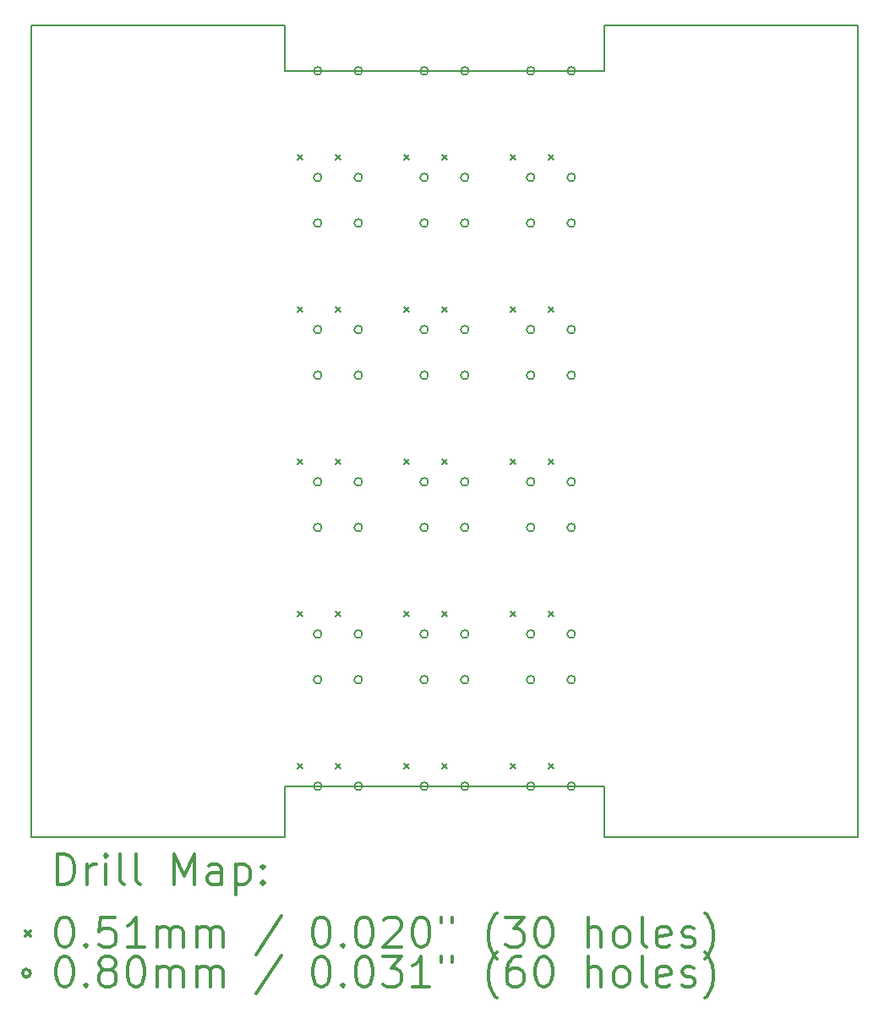
<source format=gbr>
%FSLAX45Y45*%
G04 Gerber Fmt 4.5, Leading zero omitted, Abs format (unit mm)*
G04 Created by KiCad (PCBNEW no-vcs-found-product) date Qui 14 Abr 2016 10:24:15 BRT*
%MOMM*%
G01*
G04 APERTURE LIST*
%ADD10C,0.127000*%
%ADD11C,0.150000*%
%ADD12C,0.200000*%
%ADD13C,0.300000*%
G04 APERTURE END LIST*
D10*
D11*
X6070600Y-11023600D02*
X5003800Y-11023600D01*
X7137400Y-11023600D02*
X6070600Y-11023600D01*
X8204200Y-11023600D02*
X7137400Y-11023600D01*
X5003800Y-11023600D02*
X5003800Y-11531600D01*
X8204200Y-11531600D02*
X8204200Y-11023600D01*
X8204200Y-3403600D02*
X8204200Y-3860800D01*
X5003800Y-3403600D02*
X5003800Y-3860800D01*
X10744200Y-3403600D02*
X10744200Y-11531600D01*
X10744200Y-11531600D02*
X8204200Y-11531600D01*
X8204200Y-3403600D02*
X10744200Y-3403600D01*
X2463800Y-3403600D02*
X5003800Y-3403600D01*
X2463800Y-11531600D02*
X2463800Y-3403600D01*
X5003800Y-11531600D02*
X2463800Y-11531600D01*
X7137400Y-3860800D02*
X8204200Y-3860800D01*
X6070600Y-3860800D02*
X7137400Y-3860800D01*
X5003800Y-3860800D02*
X6070600Y-3860800D01*
D12*
X5130800Y-4699000D02*
X5181600Y-4749800D01*
X5181600Y-4699000D02*
X5130800Y-4749800D01*
X5130800Y-6223000D02*
X5181600Y-6273800D01*
X5181600Y-6223000D02*
X5130800Y-6273800D01*
X5130800Y-7747000D02*
X5181600Y-7797800D01*
X5181600Y-7747000D02*
X5130800Y-7797800D01*
X5130800Y-9271000D02*
X5181600Y-9321800D01*
X5181600Y-9271000D02*
X5130800Y-9321800D01*
X5130800Y-10795000D02*
X5181600Y-10845800D01*
X5181600Y-10795000D02*
X5130800Y-10845800D01*
X5511800Y-4699000D02*
X5562600Y-4749800D01*
X5562600Y-4699000D02*
X5511800Y-4749800D01*
X5511800Y-6223000D02*
X5562600Y-6273800D01*
X5562600Y-6223000D02*
X5511800Y-6273800D01*
X5511800Y-7747000D02*
X5562600Y-7797800D01*
X5562600Y-7747000D02*
X5511800Y-7797800D01*
X5511800Y-9271000D02*
X5562600Y-9321800D01*
X5562600Y-9271000D02*
X5511800Y-9321800D01*
X5511800Y-10795000D02*
X5562600Y-10845800D01*
X5562600Y-10795000D02*
X5511800Y-10845800D01*
X6197600Y-4699000D02*
X6248400Y-4749800D01*
X6248400Y-4699000D02*
X6197600Y-4749800D01*
X6197600Y-6223000D02*
X6248400Y-6273800D01*
X6248400Y-6223000D02*
X6197600Y-6273800D01*
X6197600Y-7747000D02*
X6248400Y-7797800D01*
X6248400Y-7747000D02*
X6197600Y-7797800D01*
X6197600Y-9271000D02*
X6248400Y-9321800D01*
X6248400Y-9271000D02*
X6197600Y-9321800D01*
X6197600Y-10795000D02*
X6248400Y-10845800D01*
X6248400Y-10795000D02*
X6197600Y-10845800D01*
X6578600Y-4699000D02*
X6629400Y-4749800D01*
X6629400Y-4699000D02*
X6578600Y-4749800D01*
X6578600Y-6223000D02*
X6629400Y-6273800D01*
X6629400Y-6223000D02*
X6578600Y-6273800D01*
X6578600Y-7747000D02*
X6629400Y-7797800D01*
X6629400Y-7747000D02*
X6578600Y-7797800D01*
X6578600Y-9271000D02*
X6629400Y-9321800D01*
X6629400Y-9271000D02*
X6578600Y-9321800D01*
X6578600Y-10795000D02*
X6629400Y-10845800D01*
X6629400Y-10795000D02*
X6578600Y-10845800D01*
X7264400Y-4699000D02*
X7315200Y-4749800D01*
X7315200Y-4699000D02*
X7264400Y-4749800D01*
X7264400Y-6223000D02*
X7315200Y-6273800D01*
X7315200Y-6223000D02*
X7264400Y-6273800D01*
X7264400Y-7747000D02*
X7315200Y-7797800D01*
X7315200Y-7747000D02*
X7264400Y-7797800D01*
X7264400Y-9271000D02*
X7315200Y-9321800D01*
X7315200Y-9271000D02*
X7264400Y-9321800D01*
X7264400Y-10795000D02*
X7315200Y-10845800D01*
X7315200Y-10795000D02*
X7264400Y-10845800D01*
X7645400Y-4699000D02*
X7696200Y-4749800D01*
X7696200Y-4699000D02*
X7645400Y-4749800D01*
X7645400Y-6223000D02*
X7696200Y-6273800D01*
X7696200Y-6223000D02*
X7645400Y-6273800D01*
X7645400Y-7747000D02*
X7696200Y-7797800D01*
X7696200Y-7747000D02*
X7645400Y-7797800D01*
X7645400Y-9271000D02*
X7696200Y-9321800D01*
X7696200Y-9271000D02*
X7645400Y-9321800D01*
X7645400Y-10795000D02*
X7696200Y-10845800D01*
X7696200Y-10795000D02*
X7645400Y-10845800D01*
X5374000Y-3860800D02*
G75*
G03X5374000Y-3860800I-40000J0D01*
G01*
X5374000Y-4927600D02*
G75*
G03X5374000Y-4927600I-40000J0D01*
G01*
X5374000Y-5384800D02*
G75*
G03X5374000Y-5384800I-40000J0D01*
G01*
X5374000Y-6451600D02*
G75*
G03X5374000Y-6451600I-40000J0D01*
G01*
X5374000Y-6908800D02*
G75*
G03X5374000Y-6908800I-40000J0D01*
G01*
X5374000Y-7975600D02*
G75*
G03X5374000Y-7975600I-40000J0D01*
G01*
X5374000Y-8432800D02*
G75*
G03X5374000Y-8432800I-40000J0D01*
G01*
X5374000Y-9499600D02*
G75*
G03X5374000Y-9499600I-40000J0D01*
G01*
X5374000Y-9956800D02*
G75*
G03X5374000Y-9956800I-40000J0D01*
G01*
X5374000Y-11023600D02*
G75*
G03X5374000Y-11023600I-40000J0D01*
G01*
X5780400Y-3860800D02*
G75*
G03X5780400Y-3860800I-40000J0D01*
G01*
X5780400Y-4927600D02*
G75*
G03X5780400Y-4927600I-40000J0D01*
G01*
X5780400Y-5384800D02*
G75*
G03X5780400Y-5384800I-40000J0D01*
G01*
X5780400Y-6451600D02*
G75*
G03X5780400Y-6451600I-40000J0D01*
G01*
X5780400Y-6908800D02*
G75*
G03X5780400Y-6908800I-40000J0D01*
G01*
X5780400Y-7975600D02*
G75*
G03X5780400Y-7975600I-40000J0D01*
G01*
X5780400Y-8432800D02*
G75*
G03X5780400Y-8432800I-40000J0D01*
G01*
X5780400Y-9499600D02*
G75*
G03X5780400Y-9499600I-40000J0D01*
G01*
X5780400Y-9956800D02*
G75*
G03X5780400Y-9956800I-40000J0D01*
G01*
X5780400Y-11023600D02*
G75*
G03X5780400Y-11023600I-40000J0D01*
G01*
X6440800Y-3860800D02*
G75*
G03X6440800Y-3860800I-40000J0D01*
G01*
X6440800Y-4927600D02*
G75*
G03X6440800Y-4927600I-40000J0D01*
G01*
X6440800Y-5384800D02*
G75*
G03X6440800Y-5384800I-40000J0D01*
G01*
X6440800Y-6451600D02*
G75*
G03X6440800Y-6451600I-40000J0D01*
G01*
X6440800Y-6908800D02*
G75*
G03X6440800Y-6908800I-40000J0D01*
G01*
X6440800Y-7975600D02*
G75*
G03X6440800Y-7975600I-40000J0D01*
G01*
X6440800Y-8432800D02*
G75*
G03X6440800Y-8432800I-40000J0D01*
G01*
X6440800Y-9499600D02*
G75*
G03X6440800Y-9499600I-40000J0D01*
G01*
X6440800Y-9956800D02*
G75*
G03X6440800Y-9956800I-40000J0D01*
G01*
X6440800Y-11023600D02*
G75*
G03X6440800Y-11023600I-40000J0D01*
G01*
X6847200Y-3860800D02*
G75*
G03X6847200Y-3860800I-40000J0D01*
G01*
X6847200Y-4927600D02*
G75*
G03X6847200Y-4927600I-40000J0D01*
G01*
X6847200Y-5384800D02*
G75*
G03X6847200Y-5384800I-40000J0D01*
G01*
X6847200Y-6451600D02*
G75*
G03X6847200Y-6451600I-40000J0D01*
G01*
X6847200Y-6908800D02*
G75*
G03X6847200Y-6908800I-40000J0D01*
G01*
X6847200Y-7975600D02*
G75*
G03X6847200Y-7975600I-40000J0D01*
G01*
X6847200Y-8432800D02*
G75*
G03X6847200Y-8432800I-40000J0D01*
G01*
X6847200Y-9499600D02*
G75*
G03X6847200Y-9499600I-40000J0D01*
G01*
X6847200Y-9956800D02*
G75*
G03X6847200Y-9956800I-40000J0D01*
G01*
X6847200Y-11023600D02*
G75*
G03X6847200Y-11023600I-40000J0D01*
G01*
X7507600Y-3860800D02*
G75*
G03X7507600Y-3860800I-40000J0D01*
G01*
X7507600Y-4927600D02*
G75*
G03X7507600Y-4927600I-40000J0D01*
G01*
X7507600Y-5384800D02*
G75*
G03X7507600Y-5384800I-40000J0D01*
G01*
X7507600Y-6451600D02*
G75*
G03X7507600Y-6451600I-40000J0D01*
G01*
X7507600Y-6908800D02*
G75*
G03X7507600Y-6908800I-40000J0D01*
G01*
X7507600Y-7975600D02*
G75*
G03X7507600Y-7975600I-40000J0D01*
G01*
X7507600Y-8432800D02*
G75*
G03X7507600Y-8432800I-40000J0D01*
G01*
X7507600Y-9499600D02*
G75*
G03X7507600Y-9499600I-40000J0D01*
G01*
X7507600Y-9956800D02*
G75*
G03X7507600Y-9956800I-40000J0D01*
G01*
X7507600Y-11023600D02*
G75*
G03X7507600Y-11023600I-40000J0D01*
G01*
X7914000Y-3860800D02*
G75*
G03X7914000Y-3860800I-40000J0D01*
G01*
X7914000Y-4927600D02*
G75*
G03X7914000Y-4927600I-40000J0D01*
G01*
X7914000Y-5384800D02*
G75*
G03X7914000Y-5384800I-40000J0D01*
G01*
X7914000Y-6451600D02*
G75*
G03X7914000Y-6451600I-40000J0D01*
G01*
X7914000Y-6908800D02*
G75*
G03X7914000Y-6908800I-40000J0D01*
G01*
X7914000Y-7975600D02*
G75*
G03X7914000Y-7975600I-40000J0D01*
G01*
X7914000Y-8432800D02*
G75*
G03X7914000Y-8432800I-40000J0D01*
G01*
X7914000Y-9499600D02*
G75*
G03X7914000Y-9499600I-40000J0D01*
G01*
X7914000Y-9956800D02*
G75*
G03X7914000Y-9956800I-40000J0D01*
G01*
X7914000Y-11023600D02*
G75*
G03X7914000Y-11023600I-40000J0D01*
G01*
D13*
X2727728Y-12004814D02*
X2727728Y-11704814D01*
X2799157Y-11704814D01*
X2842014Y-11719100D01*
X2870586Y-11747671D01*
X2884871Y-11776243D01*
X2899157Y-11833386D01*
X2899157Y-11876243D01*
X2884871Y-11933386D01*
X2870586Y-11961957D01*
X2842014Y-11990529D01*
X2799157Y-12004814D01*
X2727728Y-12004814D01*
X3027728Y-12004814D02*
X3027728Y-11804814D01*
X3027728Y-11861957D02*
X3042014Y-11833386D01*
X3056300Y-11819100D01*
X3084871Y-11804814D01*
X3113443Y-11804814D01*
X3213443Y-12004814D02*
X3213443Y-11804814D01*
X3213443Y-11704814D02*
X3199157Y-11719100D01*
X3213443Y-11733386D01*
X3227728Y-11719100D01*
X3213443Y-11704814D01*
X3213443Y-11733386D01*
X3399157Y-12004814D02*
X3370586Y-11990529D01*
X3356300Y-11961957D01*
X3356300Y-11704814D01*
X3556300Y-12004814D02*
X3527728Y-11990529D01*
X3513443Y-11961957D01*
X3513443Y-11704814D01*
X3899157Y-12004814D02*
X3899157Y-11704814D01*
X3999157Y-11919100D01*
X4099157Y-11704814D01*
X4099157Y-12004814D01*
X4370586Y-12004814D02*
X4370586Y-11847671D01*
X4356300Y-11819100D01*
X4327728Y-11804814D01*
X4270586Y-11804814D01*
X4242014Y-11819100D01*
X4370586Y-11990529D02*
X4342014Y-12004814D01*
X4270586Y-12004814D01*
X4242014Y-11990529D01*
X4227728Y-11961957D01*
X4227728Y-11933386D01*
X4242014Y-11904814D01*
X4270586Y-11890529D01*
X4342014Y-11890529D01*
X4370586Y-11876243D01*
X4513443Y-11804814D02*
X4513443Y-12104814D01*
X4513443Y-11819100D02*
X4542014Y-11804814D01*
X4599157Y-11804814D01*
X4627728Y-11819100D01*
X4642014Y-11833386D01*
X4656300Y-11861957D01*
X4656300Y-11947671D01*
X4642014Y-11976243D01*
X4627728Y-11990529D01*
X4599157Y-12004814D01*
X4542014Y-12004814D01*
X4513443Y-11990529D01*
X4784871Y-11976243D02*
X4799157Y-11990529D01*
X4784871Y-12004814D01*
X4770586Y-11990529D01*
X4784871Y-11976243D01*
X4784871Y-12004814D01*
X4784871Y-11819100D02*
X4799157Y-11833386D01*
X4784871Y-11847671D01*
X4770586Y-11833386D01*
X4784871Y-11819100D01*
X4784871Y-11847671D01*
X2405500Y-12473700D02*
X2456300Y-12524500D01*
X2456300Y-12473700D02*
X2405500Y-12524500D01*
X2784871Y-12334814D02*
X2813443Y-12334814D01*
X2842014Y-12349100D01*
X2856300Y-12363386D01*
X2870586Y-12391957D01*
X2884871Y-12449100D01*
X2884871Y-12520529D01*
X2870586Y-12577671D01*
X2856300Y-12606243D01*
X2842014Y-12620529D01*
X2813443Y-12634814D01*
X2784871Y-12634814D01*
X2756300Y-12620529D01*
X2742014Y-12606243D01*
X2727728Y-12577671D01*
X2713443Y-12520529D01*
X2713443Y-12449100D01*
X2727728Y-12391957D01*
X2742014Y-12363386D01*
X2756300Y-12349100D01*
X2784871Y-12334814D01*
X3013443Y-12606243D02*
X3027728Y-12620529D01*
X3013443Y-12634814D01*
X2999157Y-12620529D01*
X3013443Y-12606243D01*
X3013443Y-12634814D01*
X3299157Y-12334814D02*
X3156300Y-12334814D01*
X3142014Y-12477671D01*
X3156300Y-12463386D01*
X3184871Y-12449100D01*
X3256300Y-12449100D01*
X3284871Y-12463386D01*
X3299157Y-12477671D01*
X3313443Y-12506243D01*
X3313443Y-12577671D01*
X3299157Y-12606243D01*
X3284871Y-12620529D01*
X3256300Y-12634814D01*
X3184871Y-12634814D01*
X3156300Y-12620529D01*
X3142014Y-12606243D01*
X3599157Y-12634814D02*
X3427728Y-12634814D01*
X3513443Y-12634814D02*
X3513443Y-12334814D01*
X3484871Y-12377671D01*
X3456300Y-12406243D01*
X3427728Y-12420529D01*
X3727728Y-12634814D02*
X3727728Y-12434814D01*
X3727728Y-12463386D02*
X3742014Y-12449100D01*
X3770586Y-12434814D01*
X3813443Y-12434814D01*
X3842014Y-12449100D01*
X3856300Y-12477671D01*
X3856300Y-12634814D01*
X3856300Y-12477671D02*
X3870586Y-12449100D01*
X3899157Y-12434814D01*
X3942014Y-12434814D01*
X3970586Y-12449100D01*
X3984871Y-12477671D01*
X3984871Y-12634814D01*
X4127728Y-12634814D02*
X4127728Y-12434814D01*
X4127728Y-12463386D02*
X4142014Y-12449100D01*
X4170586Y-12434814D01*
X4213443Y-12434814D01*
X4242014Y-12449100D01*
X4256300Y-12477671D01*
X4256300Y-12634814D01*
X4256300Y-12477671D02*
X4270586Y-12449100D01*
X4299157Y-12434814D01*
X4342014Y-12434814D01*
X4370586Y-12449100D01*
X4384871Y-12477671D01*
X4384871Y-12634814D01*
X4970586Y-12320529D02*
X4713443Y-12706243D01*
X5356300Y-12334814D02*
X5384871Y-12334814D01*
X5413443Y-12349100D01*
X5427728Y-12363386D01*
X5442014Y-12391957D01*
X5456300Y-12449100D01*
X5456300Y-12520529D01*
X5442014Y-12577671D01*
X5427728Y-12606243D01*
X5413443Y-12620529D01*
X5384871Y-12634814D01*
X5356300Y-12634814D01*
X5327728Y-12620529D01*
X5313443Y-12606243D01*
X5299157Y-12577671D01*
X5284871Y-12520529D01*
X5284871Y-12449100D01*
X5299157Y-12391957D01*
X5313443Y-12363386D01*
X5327728Y-12349100D01*
X5356300Y-12334814D01*
X5584871Y-12606243D02*
X5599157Y-12620529D01*
X5584871Y-12634814D01*
X5570586Y-12620529D01*
X5584871Y-12606243D01*
X5584871Y-12634814D01*
X5784871Y-12334814D02*
X5813443Y-12334814D01*
X5842014Y-12349100D01*
X5856300Y-12363386D01*
X5870586Y-12391957D01*
X5884871Y-12449100D01*
X5884871Y-12520529D01*
X5870586Y-12577671D01*
X5856300Y-12606243D01*
X5842014Y-12620529D01*
X5813443Y-12634814D01*
X5784871Y-12634814D01*
X5756300Y-12620529D01*
X5742014Y-12606243D01*
X5727728Y-12577671D01*
X5713443Y-12520529D01*
X5713443Y-12449100D01*
X5727728Y-12391957D01*
X5742014Y-12363386D01*
X5756300Y-12349100D01*
X5784871Y-12334814D01*
X5999157Y-12363386D02*
X6013443Y-12349100D01*
X6042014Y-12334814D01*
X6113443Y-12334814D01*
X6142014Y-12349100D01*
X6156300Y-12363386D01*
X6170586Y-12391957D01*
X6170586Y-12420529D01*
X6156300Y-12463386D01*
X5984871Y-12634814D01*
X6170586Y-12634814D01*
X6356300Y-12334814D02*
X6384871Y-12334814D01*
X6413443Y-12349100D01*
X6427728Y-12363386D01*
X6442014Y-12391957D01*
X6456300Y-12449100D01*
X6456300Y-12520529D01*
X6442014Y-12577671D01*
X6427728Y-12606243D01*
X6413443Y-12620529D01*
X6384871Y-12634814D01*
X6356300Y-12634814D01*
X6327728Y-12620529D01*
X6313443Y-12606243D01*
X6299157Y-12577671D01*
X6284871Y-12520529D01*
X6284871Y-12449100D01*
X6299157Y-12391957D01*
X6313443Y-12363386D01*
X6327728Y-12349100D01*
X6356300Y-12334814D01*
X6570586Y-12334814D02*
X6570586Y-12391957D01*
X6684871Y-12334814D02*
X6684871Y-12391957D01*
X7127728Y-12749100D02*
X7113443Y-12734814D01*
X7084871Y-12691957D01*
X7070586Y-12663386D01*
X7056300Y-12620529D01*
X7042014Y-12549100D01*
X7042014Y-12491957D01*
X7056300Y-12420529D01*
X7070586Y-12377671D01*
X7084871Y-12349100D01*
X7113443Y-12306243D01*
X7127728Y-12291957D01*
X7213443Y-12334814D02*
X7399157Y-12334814D01*
X7299157Y-12449100D01*
X7342014Y-12449100D01*
X7370586Y-12463386D01*
X7384871Y-12477671D01*
X7399157Y-12506243D01*
X7399157Y-12577671D01*
X7384871Y-12606243D01*
X7370586Y-12620529D01*
X7342014Y-12634814D01*
X7256300Y-12634814D01*
X7227728Y-12620529D01*
X7213443Y-12606243D01*
X7584871Y-12334814D02*
X7613443Y-12334814D01*
X7642014Y-12349100D01*
X7656300Y-12363386D01*
X7670586Y-12391957D01*
X7684871Y-12449100D01*
X7684871Y-12520529D01*
X7670586Y-12577671D01*
X7656300Y-12606243D01*
X7642014Y-12620529D01*
X7613443Y-12634814D01*
X7584871Y-12634814D01*
X7556300Y-12620529D01*
X7542014Y-12606243D01*
X7527728Y-12577671D01*
X7513443Y-12520529D01*
X7513443Y-12449100D01*
X7527728Y-12391957D01*
X7542014Y-12363386D01*
X7556300Y-12349100D01*
X7584871Y-12334814D01*
X8042014Y-12634814D02*
X8042014Y-12334814D01*
X8170586Y-12634814D02*
X8170586Y-12477671D01*
X8156300Y-12449100D01*
X8127728Y-12434814D01*
X8084871Y-12434814D01*
X8056300Y-12449100D01*
X8042014Y-12463386D01*
X8356300Y-12634814D02*
X8327728Y-12620529D01*
X8313443Y-12606243D01*
X8299157Y-12577671D01*
X8299157Y-12491957D01*
X8313443Y-12463386D01*
X8327728Y-12449100D01*
X8356300Y-12434814D01*
X8399157Y-12434814D01*
X8427728Y-12449100D01*
X8442014Y-12463386D01*
X8456300Y-12491957D01*
X8456300Y-12577671D01*
X8442014Y-12606243D01*
X8427728Y-12620529D01*
X8399157Y-12634814D01*
X8356300Y-12634814D01*
X8627728Y-12634814D02*
X8599157Y-12620529D01*
X8584871Y-12591957D01*
X8584871Y-12334814D01*
X8856300Y-12620529D02*
X8827728Y-12634814D01*
X8770586Y-12634814D01*
X8742014Y-12620529D01*
X8727728Y-12591957D01*
X8727728Y-12477671D01*
X8742014Y-12449100D01*
X8770586Y-12434814D01*
X8827728Y-12434814D01*
X8856300Y-12449100D01*
X8870586Y-12477671D01*
X8870586Y-12506243D01*
X8727728Y-12534814D01*
X8984871Y-12620529D02*
X9013443Y-12634814D01*
X9070586Y-12634814D01*
X9099157Y-12620529D01*
X9113443Y-12591957D01*
X9113443Y-12577671D01*
X9099157Y-12549100D01*
X9070586Y-12534814D01*
X9027728Y-12534814D01*
X8999157Y-12520529D01*
X8984871Y-12491957D01*
X8984871Y-12477671D01*
X8999157Y-12449100D01*
X9027728Y-12434814D01*
X9070586Y-12434814D01*
X9099157Y-12449100D01*
X9213443Y-12749100D02*
X9227728Y-12734814D01*
X9256300Y-12691957D01*
X9270586Y-12663386D01*
X9284871Y-12620529D01*
X9299157Y-12549100D01*
X9299157Y-12491957D01*
X9284871Y-12420529D01*
X9270586Y-12377671D01*
X9256300Y-12349100D01*
X9227728Y-12306243D01*
X9213443Y-12291957D01*
X2456300Y-12895100D02*
G75*
G03X2456300Y-12895100I-40000J0D01*
G01*
X2784871Y-12730814D02*
X2813443Y-12730814D01*
X2842014Y-12745100D01*
X2856300Y-12759386D01*
X2870586Y-12787957D01*
X2884871Y-12845100D01*
X2884871Y-12916529D01*
X2870586Y-12973671D01*
X2856300Y-13002243D01*
X2842014Y-13016529D01*
X2813443Y-13030814D01*
X2784871Y-13030814D01*
X2756300Y-13016529D01*
X2742014Y-13002243D01*
X2727728Y-12973671D01*
X2713443Y-12916529D01*
X2713443Y-12845100D01*
X2727728Y-12787957D01*
X2742014Y-12759386D01*
X2756300Y-12745100D01*
X2784871Y-12730814D01*
X3013443Y-13002243D02*
X3027728Y-13016529D01*
X3013443Y-13030814D01*
X2999157Y-13016529D01*
X3013443Y-13002243D01*
X3013443Y-13030814D01*
X3199157Y-12859386D02*
X3170586Y-12845100D01*
X3156300Y-12830814D01*
X3142014Y-12802243D01*
X3142014Y-12787957D01*
X3156300Y-12759386D01*
X3170586Y-12745100D01*
X3199157Y-12730814D01*
X3256300Y-12730814D01*
X3284871Y-12745100D01*
X3299157Y-12759386D01*
X3313443Y-12787957D01*
X3313443Y-12802243D01*
X3299157Y-12830814D01*
X3284871Y-12845100D01*
X3256300Y-12859386D01*
X3199157Y-12859386D01*
X3170586Y-12873671D01*
X3156300Y-12887957D01*
X3142014Y-12916529D01*
X3142014Y-12973671D01*
X3156300Y-13002243D01*
X3170586Y-13016529D01*
X3199157Y-13030814D01*
X3256300Y-13030814D01*
X3284871Y-13016529D01*
X3299157Y-13002243D01*
X3313443Y-12973671D01*
X3313443Y-12916529D01*
X3299157Y-12887957D01*
X3284871Y-12873671D01*
X3256300Y-12859386D01*
X3499157Y-12730814D02*
X3527728Y-12730814D01*
X3556300Y-12745100D01*
X3570586Y-12759386D01*
X3584871Y-12787957D01*
X3599157Y-12845100D01*
X3599157Y-12916529D01*
X3584871Y-12973671D01*
X3570586Y-13002243D01*
X3556300Y-13016529D01*
X3527728Y-13030814D01*
X3499157Y-13030814D01*
X3470586Y-13016529D01*
X3456300Y-13002243D01*
X3442014Y-12973671D01*
X3427728Y-12916529D01*
X3427728Y-12845100D01*
X3442014Y-12787957D01*
X3456300Y-12759386D01*
X3470586Y-12745100D01*
X3499157Y-12730814D01*
X3727728Y-13030814D02*
X3727728Y-12830814D01*
X3727728Y-12859386D02*
X3742014Y-12845100D01*
X3770586Y-12830814D01*
X3813443Y-12830814D01*
X3842014Y-12845100D01*
X3856300Y-12873671D01*
X3856300Y-13030814D01*
X3856300Y-12873671D02*
X3870586Y-12845100D01*
X3899157Y-12830814D01*
X3942014Y-12830814D01*
X3970586Y-12845100D01*
X3984871Y-12873671D01*
X3984871Y-13030814D01*
X4127728Y-13030814D02*
X4127728Y-12830814D01*
X4127728Y-12859386D02*
X4142014Y-12845100D01*
X4170586Y-12830814D01*
X4213443Y-12830814D01*
X4242014Y-12845100D01*
X4256300Y-12873671D01*
X4256300Y-13030814D01*
X4256300Y-12873671D02*
X4270586Y-12845100D01*
X4299157Y-12830814D01*
X4342014Y-12830814D01*
X4370586Y-12845100D01*
X4384871Y-12873671D01*
X4384871Y-13030814D01*
X4970586Y-12716529D02*
X4713443Y-13102243D01*
X5356300Y-12730814D02*
X5384871Y-12730814D01*
X5413443Y-12745100D01*
X5427728Y-12759386D01*
X5442014Y-12787957D01*
X5456300Y-12845100D01*
X5456300Y-12916529D01*
X5442014Y-12973671D01*
X5427728Y-13002243D01*
X5413443Y-13016529D01*
X5384871Y-13030814D01*
X5356300Y-13030814D01*
X5327728Y-13016529D01*
X5313443Y-13002243D01*
X5299157Y-12973671D01*
X5284871Y-12916529D01*
X5284871Y-12845100D01*
X5299157Y-12787957D01*
X5313443Y-12759386D01*
X5327728Y-12745100D01*
X5356300Y-12730814D01*
X5584871Y-13002243D02*
X5599157Y-13016529D01*
X5584871Y-13030814D01*
X5570586Y-13016529D01*
X5584871Y-13002243D01*
X5584871Y-13030814D01*
X5784871Y-12730814D02*
X5813443Y-12730814D01*
X5842014Y-12745100D01*
X5856300Y-12759386D01*
X5870586Y-12787957D01*
X5884871Y-12845100D01*
X5884871Y-12916529D01*
X5870586Y-12973671D01*
X5856300Y-13002243D01*
X5842014Y-13016529D01*
X5813443Y-13030814D01*
X5784871Y-13030814D01*
X5756300Y-13016529D01*
X5742014Y-13002243D01*
X5727728Y-12973671D01*
X5713443Y-12916529D01*
X5713443Y-12845100D01*
X5727728Y-12787957D01*
X5742014Y-12759386D01*
X5756300Y-12745100D01*
X5784871Y-12730814D01*
X5984871Y-12730814D02*
X6170586Y-12730814D01*
X6070586Y-12845100D01*
X6113443Y-12845100D01*
X6142014Y-12859386D01*
X6156300Y-12873671D01*
X6170586Y-12902243D01*
X6170586Y-12973671D01*
X6156300Y-13002243D01*
X6142014Y-13016529D01*
X6113443Y-13030814D01*
X6027728Y-13030814D01*
X5999157Y-13016529D01*
X5984871Y-13002243D01*
X6456300Y-13030814D02*
X6284871Y-13030814D01*
X6370586Y-13030814D02*
X6370586Y-12730814D01*
X6342014Y-12773671D01*
X6313443Y-12802243D01*
X6284871Y-12816529D01*
X6570586Y-12730814D02*
X6570586Y-12787957D01*
X6684871Y-12730814D02*
X6684871Y-12787957D01*
X7127728Y-13145100D02*
X7113443Y-13130814D01*
X7084871Y-13087957D01*
X7070586Y-13059386D01*
X7056300Y-13016529D01*
X7042014Y-12945100D01*
X7042014Y-12887957D01*
X7056300Y-12816529D01*
X7070586Y-12773671D01*
X7084871Y-12745100D01*
X7113443Y-12702243D01*
X7127728Y-12687957D01*
X7370586Y-12730814D02*
X7313443Y-12730814D01*
X7284871Y-12745100D01*
X7270586Y-12759386D01*
X7242014Y-12802243D01*
X7227728Y-12859386D01*
X7227728Y-12973671D01*
X7242014Y-13002243D01*
X7256300Y-13016529D01*
X7284871Y-13030814D01*
X7342014Y-13030814D01*
X7370586Y-13016529D01*
X7384871Y-13002243D01*
X7399157Y-12973671D01*
X7399157Y-12902243D01*
X7384871Y-12873671D01*
X7370586Y-12859386D01*
X7342014Y-12845100D01*
X7284871Y-12845100D01*
X7256300Y-12859386D01*
X7242014Y-12873671D01*
X7227728Y-12902243D01*
X7584871Y-12730814D02*
X7613443Y-12730814D01*
X7642014Y-12745100D01*
X7656300Y-12759386D01*
X7670586Y-12787957D01*
X7684871Y-12845100D01*
X7684871Y-12916529D01*
X7670586Y-12973671D01*
X7656300Y-13002243D01*
X7642014Y-13016529D01*
X7613443Y-13030814D01*
X7584871Y-13030814D01*
X7556300Y-13016529D01*
X7542014Y-13002243D01*
X7527728Y-12973671D01*
X7513443Y-12916529D01*
X7513443Y-12845100D01*
X7527728Y-12787957D01*
X7542014Y-12759386D01*
X7556300Y-12745100D01*
X7584871Y-12730814D01*
X8042014Y-13030814D02*
X8042014Y-12730814D01*
X8170586Y-13030814D02*
X8170586Y-12873671D01*
X8156300Y-12845100D01*
X8127728Y-12830814D01*
X8084871Y-12830814D01*
X8056300Y-12845100D01*
X8042014Y-12859386D01*
X8356300Y-13030814D02*
X8327728Y-13016529D01*
X8313443Y-13002243D01*
X8299157Y-12973671D01*
X8299157Y-12887957D01*
X8313443Y-12859386D01*
X8327728Y-12845100D01*
X8356300Y-12830814D01*
X8399157Y-12830814D01*
X8427728Y-12845100D01*
X8442014Y-12859386D01*
X8456300Y-12887957D01*
X8456300Y-12973671D01*
X8442014Y-13002243D01*
X8427728Y-13016529D01*
X8399157Y-13030814D01*
X8356300Y-13030814D01*
X8627728Y-13030814D02*
X8599157Y-13016529D01*
X8584871Y-12987957D01*
X8584871Y-12730814D01*
X8856300Y-13016529D02*
X8827728Y-13030814D01*
X8770586Y-13030814D01*
X8742014Y-13016529D01*
X8727728Y-12987957D01*
X8727728Y-12873671D01*
X8742014Y-12845100D01*
X8770586Y-12830814D01*
X8827728Y-12830814D01*
X8856300Y-12845100D01*
X8870586Y-12873671D01*
X8870586Y-12902243D01*
X8727728Y-12930814D01*
X8984871Y-13016529D02*
X9013443Y-13030814D01*
X9070586Y-13030814D01*
X9099157Y-13016529D01*
X9113443Y-12987957D01*
X9113443Y-12973671D01*
X9099157Y-12945100D01*
X9070586Y-12930814D01*
X9027728Y-12930814D01*
X8999157Y-12916529D01*
X8984871Y-12887957D01*
X8984871Y-12873671D01*
X8999157Y-12845100D01*
X9027728Y-12830814D01*
X9070586Y-12830814D01*
X9099157Y-12845100D01*
X9213443Y-13145100D02*
X9227728Y-13130814D01*
X9256300Y-13087957D01*
X9270586Y-13059386D01*
X9284871Y-13016529D01*
X9299157Y-12945100D01*
X9299157Y-12887957D01*
X9284871Y-12816529D01*
X9270586Y-12773671D01*
X9256300Y-12745100D01*
X9227728Y-12702243D01*
X9213443Y-12687957D01*
M02*

</source>
